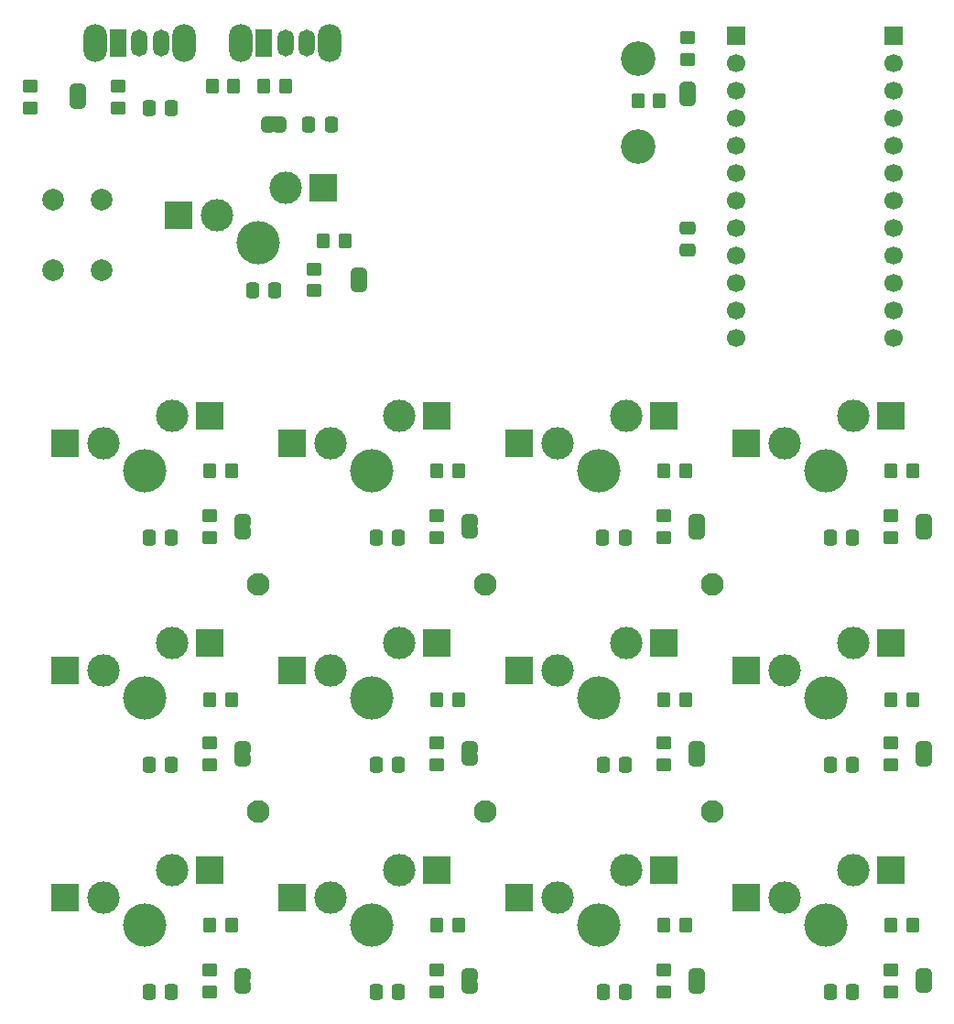
<source format=gbr>
%TF.GenerationSoftware,KiCad,Pcbnew,9.0.1*%
%TF.CreationDate,2025-05-05T15:00:31+02:00*%
%TF.ProjectId,macroboard,6d616372-6f62-46f6-9172-642e6b696361,rev?*%
%TF.SameCoordinates,Original*%
%TF.FileFunction,Soldermask,Bot*%
%TF.FilePolarity,Negative*%
%FSLAX46Y46*%
G04 Gerber Fmt 4.6, Leading zero omitted, Abs format (unit mm)*
G04 Created by KiCad (PCBNEW 9.0.1) date 2025-05-05 15:00:31*
%MOMM*%
%LPD*%
G01*
G04 APERTURE LIST*
G04 Aperture macros list*
%AMRoundRect*
0 Rectangle with rounded corners*
0 $1 Rounding radius*
0 $2 $3 $4 $5 $6 $7 $8 $9 X,Y pos of 4 corners*
0 Add a 4 corners polygon primitive as box body*
4,1,4,$2,$3,$4,$5,$6,$7,$8,$9,$2,$3,0*
0 Add four circle primitives for the rounded corners*
1,1,$1+$1,$2,$3*
1,1,$1+$1,$4,$5*
1,1,$1+$1,$6,$7*
1,1,$1+$1,$8,$9*
0 Add four rect primitives between the rounded corners*
20,1,$1+$1,$2,$3,$4,$5,0*
20,1,$1+$1,$4,$5,$6,$7,0*
20,1,$1+$1,$6,$7,$8,$9,0*
20,1,$1+$1,$8,$9,$2,$3,0*%
%AMFreePoly0*
4,1,23,0.500000,-0.750000,0.000000,-0.750000,0.000000,-0.745722,-0.065263,-0.745722,-0.191342,-0.711940,-0.304381,-0.646677,-0.396677,-0.554381,-0.461940,-0.441342,-0.495722,-0.315263,-0.495722,-0.250000,-0.500000,-0.250000,-0.500000,0.250000,-0.495722,0.250000,-0.495722,0.315263,-0.461940,0.441342,-0.396677,0.554381,-0.304381,0.646677,-0.191342,0.711940,-0.065263,0.745722,0.000000,0.745722,
0.000000,0.750000,0.500000,0.750000,0.500000,-0.750000,0.500000,-0.750000,$1*%
%AMFreePoly1*
4,1,23,0.000000,0.745722,0.065263,0.745722,0.191342,0.711940,0.304381,0.646677,0.396677,0.554381,0.461940,0.441342,0.495722,0.315263,0.495722,0.250000,0.500000,0.250000,0.500000,-0.250000,0.495722,-0.250000,0.495722,-0.315263,0.461940,-0.441342,0.396677,-0.554381,0.304381,-0.646677,0.191342,-0.711940,0.065263,-0.745722,0.000000,-0.745722,0.000000,-0.750000,-0.500000,-0.750000,
-0.500000,0.750000,0.000000,0.750000,0.000000,0.745722,0.000000,0.745722,$1*%
G04 Aperture macros list end*
%ADD10C,2.000000*%
%ADD11C,3.000000*%
%ADD12C,4.000000*%
%ADD13R,2.550000X2.500000*%
%ADD14C,2.100000*%
%ADD15C,3.200000*%
%ADD16FreePoly0,270.000000*%
%ADD17FreePoly1,270.000000*%
%ADD18RoundRect,0.250000X0.337500X0.475000X-0.337500X0.475000X-0.337500X-0.475000X0.337500X-0.475000X0*%
%ADD19RoundRect,0.250000X0.450000X-0.350000X0.450000X0.350000X-0.450000X0.350000X-0.450000X-0.350000X0*%
%ADD20RoundRect,0.250000X0.350000X0.450000X-0.350000X0.450000X-0.350000X-0.450000X0.350000X-0.450000X0*%
%ADD21RoundRect,0.250000X-0.350000X-0.450000X0.350000X-0.450000X0.350000X0.450000X-0.350000X0.450000X0*%
%ADD22R,1.700000X1.700000*%
%ADD23C,1.700000*%
%ADD24RoundRect,0.250000X-0.337500X-0.475000X0.337500X-0.475000X0.337500X0.475000X-0.337500X0.475000X0*%
%ADD25RoundRect,0.250000X-0.450000X0.350000X-0.450000X-0.350000X0.450000X-0.350000X0.450000X0.350000X0*%
%ADD26RoundRect,0.250000X-0.475000X0.337500X-0.475000X-0.337500X0.475000X-0.337500X0.475000X0.337500X0*%
%ADD27FreePoly0,0.000000*%
%ADD28FreePoly1,0.000000*%
%ADD29O,2.200000X3.500000*%
%ADD30R,1.500000X2.500000*%
%ADD31O,1.500000X2.500000*%
G04 APERTURE END LIST*
%TO.C,JP11*%
G36*
X151250000Y-85050000D02*
G01*
X152750000Y-85050000D01*
X152750000Y-85350000D01*
X151250000Y-85350000D01*
X151250000Y-85050000D01*
G37*
%TO.C,JP7*%
G36*
X109250000Y-127050000D02*
G01*
X110750000Y-127050000D01*
X110750000Y-127350000D01*
X109250000Y-127350000D01*
X109250000Y-127050000D01*
G37*
%TO.C,JP6*%
G36*
X109250000Y-106000000D02*
G01*
X110750000Y-106000000D01*
X110750000Y-106300000D01*
X109250000Y-106300000D01*
X109250000Y-106000000D01*
G37*
%TO.C,JP16*%
G36*
X73050000Y-45250000D02*
G01*
X74550000Y-45250000D01*
X74550000Y-45550000D01*
X73050000Y-45550000D01*
X73050000Y-45250000D01*
G37*
%TO.C,JP2*%
G36*
X88250000Y-85050000D02*
G01*
X89750000Y-85050000D01*
X89750000Y-85350000D01*
X88250000Y-85350000D01*
X88250000Y-85050000D01*
G37*
%TO.C,JP12*%
G36*
X151250000Y-106050000D02*
G01*
X152750000Y-106050000D01*
X152750000Y-106350000D01*
X151250000Y-106350000D01*
X151250000Y-106050000D01*
G37*
%TO.C,JP5*%
G36*
X109250000Y-85000000D02*
G01*
X110750000Y-85000000D01*
X110750000Y-85300000D01*
X109250000Y-85300000D01*
X109250000Y-85000000D01*
G37*
%TO.C,JP13*%
G36*
X151250000Y-127000000D02*
G01*
X152750000Y-127000000D01*
X152750000Y-127300000D01*
X151250000Y-127300000D01*
X151250000Y-127000000D01*
G37*
%TO.C,JP15*%
G36*
X91750000Y-48750000D02*
G01*
X92050000Y-48750000D01*
X92050000Y-47250000D01*
X91750000Y-47250000D01*
X91750000Y-48750000D01*
G37*
%TO.C,JP4*%
G36*
X88250000Y-127050000D02*
G01*
X89750000Y-127050000D01*
X89750000Y-127350000D01*
X88250000Y-127350000D01*
X88250000Y-127050000D01*
G37*
%TO.C,JP1*%
G36*
X129450000Y-45050000D02*
G01*
X130950000Y-45050000D01*
X130950000Y-45350000D01*
X129450000Y-45350000D01*
X129450000Y-45050000D01*
G37*
%TO.C,JP10*%
G36*
X130250000Y-127050000D02*
G01*
X131750000Y-127050000D01*
X131750000Y-127350000D01*
X130250000Y-127350000D01*
X130250000Y-127050000D01*
G37*
%TO.C,JP3*%
G36*
X88250000Y-106050000D02*
G01*
X89750000Y-106050000D01*
X89750000Y-106350000D01*
X88250000Y-106350000D01*
X88250000Y-106050000D01*
G37*
%TO.C,JP14*%
G36*
X99050000Y-62250000D02*
G01*
X100550000Y-62250000D01*
X100550000Y-62550000D01*
X99050000Y-62550000D01*
X99050000Y-62250000D01*
G37*
%TO.C,JP9*%
G36*
X130250000Y-106050000D02*
G01*
X131750000Y-106050000D01*
X131750000Y-106350000D01*
X130250000Y-106350000D01*
X130250000Y-106050000D01*
G37*
%TO.C,JP8*%
G36*
X130250000Y-85050000D02*
G01*
X131750000Y-85050000D01*
X131750000Y-85350000D01*
X130250000Y-85350000D01*
X130250000Y-85050000D01*
G37*
%TD*%
D10*
%TO.C,RESET1*%
X71500000Y-55000000D03*
X71500000Y-61500000D03*
X76000000Y-55000000D03*
X76000000Y-61500000D03*
%TD*%
D11*
%TO.C,SW8*%
X118190000Y-98460000D03*
D12*
X122000000Y-101000000D03*
D11*
X124540000Y-95920000D03*
D13*
X114590000Y-98460000D03*
X128015000Y-95920000D03*
%TD*%
D11*
%TO.C,SW3*%
X76190000Y-119460000D03*
D12*
X80000000Y-122000000D03*
D11*
X82540000Y-116920000D03*
D13*
X72590000Y-119460000D03*
X86015000Y-116920000D03*
%TD*%
D14*
%TO.C,H3*%
X111500000Y-90500000D03*
%TD*%
D11*
%TO.C,SW14*%
X86690000Y-56460000D03*
D12*
X90500000Y-59000000D03*
D11*
X93040000Y-53920000D03*
D13*
X83090000Y-56460000D03*
X96515000Y-53920000D03*
%TD*%
D11*
%TO.C,SW5*%
X97190000Y-98460000D03*
D12*
X101000000Y-101000000D03*
D11*
X103540000Y-95920000D03*
D13*
X93590000Y-98460000D03*
X107015000Y-95920000D03*
%TD*%
D14*
%TO.C,H4*%
X111500000Y-111500000D03*
%TD*%
D11*
%TO.C,SW11*%
X139190000Y-98460000D03*
D12*
X143000000Y-101000000D03*
D11*
X145540000Y-95920000D03*
D13*
X135590000Y-98460000D03*
X149015000Y-95920000D03*
%TD*%
D11*
%TO.C,SW1*%
X76190000Y-77460000D03*
D12*
X80000000Y-80000000D03*
D11*
X82540000Y-74920000D03*
D13*
X72590000Y-77460000D03*
X86015000Y-74920000D03*
%TD*%
D14*
%TO.C,H2*%
X90500000Y-111500000D03*
%TD*%
D11*
%TO.C,SW6*%
X97190000Y-119460000D03*
D12*
X101000000Y-122000000D03*
D11*
X103540000Y-116920000D03*
D13*
X93590000Y-119460000D03*
X107015000Y-116920000D03*
%TD*%
D15*
%TO.C,SW13*%
X125600000Y-50100000D03*
X125600000Y-41900000D03*
%TD*%
D14*
%TO.C,H6*%
X132500000Y-111500000D03*
%TD*%
D11*
%TO.C,SW12*%
X139190000Y-119460000D03*
D12*
X143000000Y-122000000D03*
D11*
X145540000Y-116920000D03*
D13*
X135590000Y-119460000D03*
X149015000Y-116920000D03*
%TD*%
D11*
%TO.C,SW7*%
X118190000Y-77460000D03*
D12*
X122000000Y-80000000D03*
D11*
X124540000Y-74920000D03*
D13*
X114590000Y-77460000D03*
X128015000Y-74920000D03*
%TD*%
D11*
%TO.C,SW10*%
X139190000Y-77460000D03*
D12*
X143000000Y-80000000D03*
D11*
X145540000Y-74920000D03*
D13*
X135590000Y-77460000D03*
X149015000Y-74920000D03*
%TD*%
D11*
%TO.C,SW9*%
X118190000Y-119460000D03*
D12*
X122000000Y-122000000D03*
D11*
X124540000Y-116920000D03*
D13*
X114590000Y-119460000D03*
X128015000Y-116920000D03*
%TD*%
D14*
%TO.C,H1*%
X90500000Y-90500000D03*
%TD*%
%TO.C,H5*%
X132500000Y-90500000D03*
%TD*%
D11*
%TO.C,SW4*%
X97190000Y-77460000D03*
D12*
X101000000Y-80000000D03*
D11*
X103540000Y-74920000D03*
D13*
X93590000Y-77460000D03*
X107015000Y-74920000D03*
%TD*%
D11*
%TO.C,SW2*%
X76190000Y-98460000D03*
D12*
X80000000Y-101000000D03*
D11*
X82540000Y-95920000D03*
D13*
X72590000Y-98460000D03*
X86015000Y-95920000D03*
%TD*%
D16*
%TO.C,JP11*%
X152000000Y-84550000D03*
D17*
X152000000Y-85850000D03*
%TD*%
D18*
%TO.C,C9*%
X124437500Y-107200000D03*
X122362500Y-107200000D03*
%TD*%
D19*
%TO.C,R6*%
X69400000Y-46500000D03*
X69400000Y-44500000D03*
%TD*%
D20*
%TO.C,R1*%
X98500000Y-58800000D03*
X96500000Y-58800000D03*
%TD*%
D21*
%TO.C,R5*%
X91000000Y-44500000D03*
X93000000Y-44500000D03*
%TD*%
D16*
%TO.C,JP7*%
X110000000Y-126550000D03*
D17*
X110000000Y-127850000D03*
%TD*%
D22*
%TO.C,U1*%
X134700000Y-39800000D03*
D23*
X149200000Y-62660000D03*
X149200000Y-47420000D03*
X134700000Y-60120000D03*
X134700000Y-65200000D03*
X134700000Y-62660000D03*
X134700000Y-44880000D03*
X134700000Y-47420000D03*
X149200000Y-44880000D03*
X134700000Y-42340000D03*
X149200000Y-52500000D03*
X149200000Y-49960000D03*
X149200000Y-42340000D03*
D22*
X149200000Y-39800000D03*
D23*
X149200000Y-55040000D03*
X149200000Y-60120000D03*
X149200000Y-65200000D03*
X149200000Y-67740000D03*
X134700000Y-67740000D03*
X149200000Y-57580000D03*
X134700000Y-57580000D03*
X134700000Y-55040000D03*
X134700000Y-52500000D03*
X134700000Y-49960000D03*
%TD*%
D16*
%TO.C,JP6*%
X110000000Y-105500000D03*
D17*
X110000000Y-106800000D03*
%TD*%
D24*
%TO.C,C16*%
X80362500Y-46500000D03*
X82437500Y-46500000D03*
%TD*%
D20*
%TO.C,R26*%
X109000000Y-122000000D03*
X107000000Y-122000000D03*
%TD*%
D25*
%TO.C,R31*%
X128000000Y-105200000D03*
X128000000Y-107200000D03*
%TD*%
%TO.C,RC1*%
X95600000Y-61400000D03*
X95600000Y-63400000D03*
%TD*%
%TO.C,R25*%
X107000000Y-105200000D03*
X107000000Y-107200000D03*
%TD*%
D20*
%TO.C,R32*%
X130000000Y-122000000D03*
X128000000Y-122000000D03*
%TD*%
D21*
%TO.C,R3*%
X125600000Y-45800000D03*
X127600000Y-45800000D03*
%TD*%
D25*
%TO.C,R39*%
X149000000Y-126200000D03*
X149000000Y-128200000D03*
%TD*%
D16*
%TO.C,JP16*%
X73800000Y-44750000D03*
D17*
X73800000Y-46050000D03*
%TD*%
D25*
%TO.C,R33*%
X128000000Y-126200000D03*
X128000000Y-128200000D03*
%TD*%
D26*
%TO.C,C14*%
X130200000Y-57562500D03*
X130200000Y-59637500D03*
%TD*%
D25*
%TO.C,R35*%
X149000000Y-84200000D03*
X149000000Y-86200000D03*
%TD*%
D24*
%TO.C,C15*%
X95162500Y-48000000D03*
X97237500Y-48000000D03*
%TD*%
D16*
%TO.C,JP2*%
X89000000Y-84550000D03*
D17*
X89000000Y-85850000D03*
%TD*%
D18*
%TO.C,C4*%
X82437500Y-128200000D03*
X80362500Y-128200000D03*
%TD*%
D25*
%TO.C,R7*%
X77500000Y-44500000D03*
X77500000Y-46500000D03*
%TD*%
D18*
%TO.C,C12*%
X145437500Y-107200000D03*
X143362500Y-107200000D03*
%TD*%
D20*
%TO.C,R18*%
X88000000Y-101200000D03*
X86000000Y-101200000D03*
%TD*%
D16*
%TO.C,JP12*%
X152000000Y-105550000D03*
D17*
X152000000Y-106850000D03*
%TD*%
D20*
%TO.C,R34*%
X151000000Y-80000000D03*
X149000000Y-80000000D03*
%TD*%
D25*
%TO.C,R27*%
X107000000Y-126200000D03*
X107000000Y-128200000D03*
%TD*%
D16*
%TO.C,JP5*%
X110000000Y-84500000D03*
D17*
X110000000Y-85800000D03*
%TD*%
D18*
%TO.C,C10*%
X124437500Y-128200000D03*
X122362500Y-128200000D03*
%TD*%
D25*
%TO.C,R29*%
X128000000Y-84200000D03*
X128000000Y-86200000D03*
%TD*%
D16*
%TO.C,JP13*%
X152000000Y-126500000D03*
D17*
X152000000Y-127800000D03*
%TD*%
D27*
%TO.C,JP15*%
X91250000Y-48000000D03*
D28*
X92550000Y-48000000D03*
%TD*%
D20*
%TO.C,R28*%
X130000000Y-80000000D03*
X128000000Y-80000000D03*
%TD*%
D21*
%TO.C,R4*%
X86200000Y-44500000D03*
X88200000Y-44500000D03*
%TD*%
D20*
%TO.C,R30*%
X130000000Y-101200000D03*
X128000000Y-101200000D03*
%TD*%
D29*
%TO.C,SW16*%
X75400000Y-40500000D03*
X83600000Y-40500000D03*
D30*
X77500000Y-40500000D03*
D31*
X79500000Y-40500000D03*
X81500000Y-40500000D03*
%TD*%
D29*
%TO.C,SW15*%
X88900000Y-40500000D03*
X97100000Y-40500000D03*
D30*
X91000000Y-40500000D03*
D31*
X93000000Y-40500000D03*
X95000000Y-40500000D03*
%TD*%
D25*
%TO.C,R37*%
X149000000Y-105200000D03*
X149000000Y-107200000D03*
%TD*%
D20*
%TO.C,R38*%
X151000000Y-122000000D03*
X149000000Y-122000000D03*
%TD*%
D18*
%TO.C,C8*%
X124400000Y-86200000D03*
X122325000Y-86200000D03*
%TD*%
D16*
%TO.C,JP4*%
X89000000Y-126550000D03*
D17*
X89000000Y-127850000D03*
%TD*%
D25*
%TO.C,R19*%
X86000000Y-105200000D03*
X86000000Y-107200000D03*
%TD*%
D20*
%TO.C,R17*%
X88000000Y-80000000D03*
X86000000Y-80000000D03*
%TD*%
D16*
%TO.C,JP1*%
X130200000Y-44550000D03*
D17*
X130200000Y-45850000D03*
%TD*%
D20*
%TO.C,R22*%
X109000000Y-80000000D03*
X107000000Y-80000000D03*
%TD*%
D18*
%TO.C,C13*%
X145437500Y-128200000D03*
X143362500Y-128200000D03*
%TD*%
D25*
%TO.C,R2*%
X130200000Y-40000000D03*
X130200000Y-42000000D03*
%TD*%
D16*
%TO.C,JP10*%
X131000000Y-126550000D03*
D17*
X131000000Y-127850000D03*
%TD*%
D20*
%TO.C,R24*%
X109000000Y-101200000D03*
X107000000Y-101200000D03*
%TD*%
D16*
%TO.C,JP3*%
X89000000Y-105550000D03*
D17*
X89000000Y-106850000D03*
%TD*%
D18*
%TO.C,C7*%
X103437500Y-128200000D03*
X101362500Y-128200000D03*
%TD*%
D25*
%TO.C,R21*%
X86000000Y-126200000D03*
X86000000Y-128200000D03*
%TD*%
%TO.C,R23*%
X107000000Y-84200000D03*
X107000000Y-86200000D03*
%TD*%
D16*
%TO.C,JP14*%
X99800000Y-61750000D03*
D17*
X99800000Y-63050000D03*
%TD*%
D25*
%TO.C,R16*%
X86000000Y-84200000D03*
X86000000Y-86200000D03*
%TD*%
D16*
%TO.C,JP9*%
X131000000Y-105550000D03*
D17*
X131000000Y-106850000D03*
%TD*%
D18*
%TO.C,C1*%
X92037500Y-63400000D03*
X89962500Y-63400000D03*
%TD*%
%TO.C,C5*%
X103437500Y-86200000D03*
X101362500Y-86200000D03*
%TD*%
%TO.C,C6*%
X103437500Y-107200000D03*
X101362500Y-107200000D03*
%TD*%
%TO.C,C2*%
X82437500Y-86200000D03*
X80362500Y-86200000D03*
%TD*%
D16*
%TO.C,JP8*%
X131000000Y-84550000D03*
D17*
X131000000Y-85850000D03*
%TD*%
D20*
%TO.C,R20*%
X88000000Y-122000000D03*
X86000000Y-122000000D03*
%TD*%
D18*
%TO.C,C11*%
X145437500Y-86200000D03*
X143362500Y-86200000D03*
%TD*%
D20*
%TO.C,R36*%
X151000000Y-101200000D03*
X149000000Y-101200000D03*
%TD*%
D18*
%TO.C,C3*%
X82437500Y-107200000D03*
X80362500Y-107200000D03*
%TD*%
M02*

</source>
